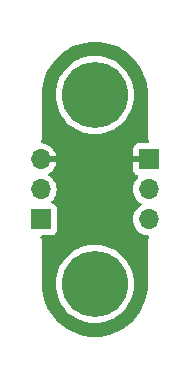
<source format=gbr>
%TF.GenerationSoftware,KiCad,Pcbnew,(6.0.9)*%
%TF.CreationDate,2023-01-06T09:26:06+01:00*%
%TF.ProjectId,WS2812B_Single_Dot,57533238-3132-4425-9f53-696e676c655f,rev?*%
%TF.SameCoordinates,Original*%
%TF.FileFunction,Copper,L2,Bot*%
%TF.FilePolarity,Positive*%
%FSLAX46Y46*%
G04 Gerber Fmt 4.6, Leading zero omitted, Abs format (unit mm)*
G04 Created by KiCad (PCBNEW (6.0.9)) date 2023-01-06 09:26:06*
%MOMM*%
%LPD*%
G01*
G04 APERTURE LIST*
%TA.AperFunction,ComponentPad*%
%ADD10C,5.600000*%
%TD*%
%TA.AperFunction,ComponentPad*%
%ADD11R,1.700000X1.700000*%
%TD*%
%TA.AperFunction,ComponentPad*%
%ADD12O,1.700000X1.700000*%
%TD*%
G04 APERTURE END LIST*
D10*
%TO.P,REF\u002A\u002A,1*%
%TO.N,N/C*%
X161400000Y-92200000D03*
%TD*%
D11*
%TO.P,J1,1,Pin_1*%
%TO.N,+5V*%
X156800000Y-102740000D03*
D12*
%TO.P,J1,2,Pin_2*%
%TO.N,DIN*%
X156800000Y-100200000D03*
%TO.P,J1,3,Pin_3*%
%TO.N,GND*%
X156800000Y-97660000D03*
%TD*%
D11*
%TO.P,J2,1,Pin_1*%
%TO.N,GND*%
X166000000Y-97660000D03*
D12*
%TO.P,J2,2,Pin_2*%
%TO.N,DOUT*%
X166000000Y-100200000D03*
%TO.P,J2,3,Pin_3*%
%TO.N,+5V*%
X166000000Y-102740000D03*
%TD*%
D10*
%TO.P,REF\u002A\u002A,1*%
%TO.N,N/C*%
X161400000Y-108200000D03*
%TD*%
%TA.AperFunction,Conductor*%
%TO.N,GND*%
G36*
X161808605Y-87727391D02*
G01*
X161820194Y-87728465D01*
X162219547Y-87784172D01*
X162230987Y-87786311D01*
X162623496Y-87878628D01*
X162634672Y-87881808D01*
X162825837Y-87945880D01*
X163016993Y-88009950D01*
X163027845Y-88014154D01*
X163396709Y-88177023D01*
X163407127Y-88182211D01*
X163759375Y-88378412D01*
X163769270Y-88384538D01*
X164101933Y-88612418D01*
X164111220Y-88619432D01*
X164345189Y-88813716D01*
X164421423Y-88877020D01*
X164430024Y-88884861D01*
X164715139Y-89169976D01*
X164722980Y-89178577D01*
X164980568Y-89488780D01*
X164987582Y-89498067D01*
X165215462Y-89830730D01*
X165221588Y-89840625D01*
X165417789Y-90192873D01*
X165422977Y-90203291D01*
X165585846Y-90572155D01*
X165590050Y-90583007D01*
X165718189Y-90965319D01*
X165721372Y-90976504D01*
X165795706Y-91292555D01*
X165813689Y-91369013D01*
X165815828Y-91380453D01*
X165871535Y-91779806D01*
X165872609Y-91791395D01*
X165889502Y-92156785D01*
X165888136Y-92181989D01*
X165887690Y-92184850D01*
X165887690Y-92184856D01*
X165886309Y-92193724D01*
X165887473Y-92202626D01*
X165887473Y-92202628D01*
X165888771Y-92212552D01*
X165890390Y-92224928D01*
X165890436Y-92225283D01*
X165891500Y-92241621D01*
X165891500Y-95791377D01*
X165891498Y-95792147D01*
X165891024Y-95869721D01*
X165893491Y-95878352D01*
X165899150Y-95898153D01*
X165902728Y-95914915D01*
X165906920Y-95944187D01*
X165910634Y-95952355D01*
X165910634Y-95952356D01*
X165917548Y-95967562D01*
X165923996Y-95985086D01*
X165931051Y-96009771D01*
X165935843Y-96017365D01*
X165935844Y-96017368D01*
X165946830Y-96034780D01*
X165954969Y-96049863D01*
X165967208Y-96076782D01*
X165977546Y-96088779D01*
X165981829Y-96093750D01*
X166011144Y-96158412D01*
X166000847Y-96228658D01*
X165954207Y-96282185D01*
X165886378Y-96302000D01*
X165105331Y-96302001D01*
X165098510Y-96302371D01*
X165047648Y-96307895D01*
X165032396Y-96311521D01*
X164911946Y-96356676D01*
X164896351Y-96365214D01*
X164794276Y-96441715D01*
X164781715Y-96454276D01*
X164705214Y-96556351D01*
X164696676Y-96571946D01*
X164651522Y-96692394D01*
X164647895Y-96707649D01*
X164642369Y-96758514D01*
X164642000Y-96765328D01*
X164642000Y-97387885D01*
X164646475Y-97403124D01*
X164647865Y-97404329D01*
X164655548Y-97406000D01*
X166128000Y-97406000D01*
X166196121Y-97426002D01*
X166242614Y-97479658D01*
X166254000Y-97532000D01*
X166254000Y-97788000D01*
X166233998Y-97856121D01*
X166180342Y-97902614D01*
X166128000Y-97914000D01*
X164660116Y-97914000D01*
X164644877Y-97918475D01*
X164643672Y-97919865D01*
X164642001Y-97927548D01*
X164642001Y-98554669D01*
X164642371Y-98561490D01*
X164647895Y-98612352D01*
X164651521Y-98627604D01*
X164696676Y-98748054D01*
X164705214Y-98763649D01*
X164781715Y-98865724D01*
X164794276Y-98878285D01*
X164896351Y-98954786D01*
X164911946Y-98963324D01*
X165020827Y-99004142D01*
X165077591Y-99046784D01*
X165102291Y-99113345D01*
X165087083Y-99182694D01*
X165067691Y-99209175D01*
X164944200Y-99338401D01*
X164940629Y-99342138D01*
X164814743Y-99526680D01*
X164720688Y-99729305D01*
X164660989Y-99944570D01*
X164637251Y-100166695D01*
X164637548Y-100171848D01*
X164637548Y-100171851D01*
X164643011Y-100266590D01*
X164650110Y-100389715D01*
X164651247Y-100394761D01*
X164651248Y-100394767D01*
X164671119Y-100482939D01*
X164699222Y-100607639D01*
X164783266Y-100814616D01*
X164899987Y-101005088D01*
X165046250Y-101173938D01*
X165218126Y-101316632D01*
X165279196Y-101352318D01*
X165291445Y-101359476D01*
X165340169Y-101411114D01*
X165353240Y-101480897D01*
X165326509Y-101546669D01*
X165286055Y-101580027D01*
X165273607Y-101586507D01*
X165269474Y-101589610D01*
X165269471Y-101589612D01*
X165105259Y-101712906D01*
X165094965Y-101720635D01*
X164940629Y-101882138D01*
X164814743Y-102066680D01*
X164720688Y-102269305D01*
X164660989Y-102484570D01*
X164637251Y-102706695D01*
X164650110Y-102929715D01*
X164651247Y-102934761D01*
X164651248Y-102934767D01*
X164675304Y-103041508D01*
X164699222Y-103147639D01*
X164783266Y-103354616D01*
X164899987Y-103545088D01*
X165046250Y-103713938D01*
X165218126Y-103856632D01*
X165411000Y-103969338D01*
X165619692Y-104049030D01*
X165624760Y-104050061D01*
X165624763Y-104050062D01*
X165732379Y-104071957D01*
X165838597Y-104093567D01*
X165843772Y-104093757D01*
X165843774Y-104093757D01*
X165859974Y-104094351D01*
X165892358Y-104095538D01*
X165959700Y-104118022D01*
X166004195Y-104173345D01*
X166011718Y-104243942D01*
X165982185Y-104304858D01*
X165970622Y-104317951D01*
X165964312Y-104331391D01*
X165958058Y-104344711D01*
X165949737Y-104359691D01*
X165938529Y-104376983D01*
X165938527Y-104376988D01*
X165933648Y-104384515D01*
X165931078Y-104393108D01*
X165931076Y-104393113D01*
X165926289Y-104409120D01*
X165919628Y-104426564D01*
X165912533Y-104441676D01*
X165908719Y-104449800D01*
X165907338Y-104458667D01*
X165907338Y-104458668D01*
X165904170Y-104479015D01*
X165900387Y-104495732D01*
X165894485Y-104515466D01*
X165894484Y-104515472D01*
X165891914Y-104524066D01*
X165891859Y-104533037D01*
X165891859Y-104533038D01*
X165891704Y-104558497D01*
X165891671Y-104559289D01*
X165891500Y-104560386D01*
X165891500Y-104591377D01*
X165891498Y-104592147D01*
X165891024Y-104669721D01*
X165891408Y-104671065D01*
X165891500Y-104672410D01*
X165891500Y-108150633D01*
X165890000Y-108170018D01*
X165886309Y-108193724D01*
X165887473Y-108202625D01*
X165888915Y-108213656D01*
X165889844Y-108235810D01*
X165872609Y-108608605D01*
X165871535Y-108620194D01*
X165815828Y-109019547D01*
X165813689Y-109030987D01*
X165763152Y-109245859D01*
X165721374Y-109423487D01*
X165718189Y-109434681D01*
X165590050Y-109816993D01*
X165585846Y-109827845D01*
X165422977Y-110196709D01*
X165417789Y-110207127D01*
X165221588Y-110559375D01*
X165215462Y-110569270D01*
X164987582Y-110901933D01*
X164980568Y-110911220D01*
X164722980Y-111221423D01*
X164715139Y-111230024D01*
X164430024Y-111515139D01*
X164421424Y-111522980D01*
X164293214Y-111629443D01*
X164111220Y-111780568D01*
X164101933Y-111787582D01*
X163769270Y-112015462D01*
X163759375Y-112021588D01*
X163407127Y-112217789D01*
X163396709Y-112222977D01*
X163027845Y-112385846D01*
X163016993Y-112390050D01*
X162825837Y-112454119D01*
X162634672Y-112518192D01*
X162623496Y-112521372D01*
X162242608Y-112610956D01*
X162230987Y-112613689D01*
X162219547Y-112615828D01*
X161820194Y-112671535D01*
X161808605Y-112672609D01*
X161405818Y-112691231D01*
X161394182Y-112691231D01*
X160991395Y-112672609D01*
X160979806Y-112671535D01*
X160580453Y-112615828D01*
X160569013Y-112613689D01*
X160557392Y-112610956D01*
X160176504Y-112521372D01*
X160165328Y-112518192D01*
X159974163Y-112454119D01*
X159783007Y-112390050D01*
X159772155Y-112385846D01*
X159403291Y-112222977D01*
X159392873Y-112217789D01*
X159040625Y-112021588D01*
X159030730Y-112015462D01*
X158698067Y-111787582D01*
X158688780Y-111780568D01*
X158506786Y-111629443D01*
X158378576Y-111522980D01*
X158369976Y-111515139D01*
X158084861Y-111230024D01*
X158077020Y-111221423D01*
X157819432Y-110911220D01*
X157812418Y-110901933D01*
X157584538Y-110569270D01*
X157578412Y-110559375D01*
X157382211Y-110207127D01*
X157377023Y-110196709D01*
X157214154Y-109827845D01*
X157209950Y-109816993D01*
X157081811Y-109434681D01*
X157078626Y-109423487D01*
X157036849Y-109245859D01*
X156986311Y-109030987D01*
X156984172Y-109019547D01*
X156928465Y-108620194D01*
X156927391Y-108608605D01*
X156910671Y-108246959D01*
X156912283Y-108220239D01*
X156912767Y-108217361D01*
X156912767Y-108217359D01*
X156913576Y-108212552D01*
X156913729Y-108200000D01*
X156912073Y-108188434D01*
X158086661Y-108188434D01*
X158104792Y-108546340D01*
X158105329Y-108549695D01*
X158105330Y-108549701D01*
X158110316Y-108580828D01*
X158161470Y-108900195D01*
X158256033Y-109245859D01*
X158387374Y-109579288D01*
X158553957Y-109896582D01*
X158555858Y-109899411D01*
X158555864Y-109899421D01*
X158739569Y-110172800D01*
X158753834Y-110194029D01*
X158984665Y-110468150D01*
X159243751Y-110715738D01*
X159528061Y-110933897D01*
X159560056Y-110953350D01*
X159831355Y-111118303D01*
X159831360Y-111118306D01*
X159834270Y-111120075D01*
X159837358Y-111121521D01*
X159837357Y-111121521D01*
X160155710Y-111270649D01*
X160155720Y-111270653D01*
X160158794Y-111272093D01*
X160162012Y-111273195D01*
X160162015Y-111273196D01*
X160494615Y-111387071D01*
X160494623Y-111387073D01*
X160497838Y-111388174D01*
X160847435Y-111466959D01*
X160899728Y-111472917D01*
X161200114Y-111507142D01*
X161200122Y-111507142D01*
X161203497Y-111507527D01*
X161206901Y-111507545D01*
X161206904Y-111507545D01*
X161401227Y-111508562D01*
X161561857Y-111509403D01*
X161565243Y-111509053D01*
X161565245Y-111509053D01*
X161914932Y-111472917D01*
X161914941Y-111472916D01*
X161918324Y-111472566D01*
X161921657Y-111471852D01*
X161921660Y-111471851D01*
X162094186Y-111434864D01*
X162268727Y-111397446D01*
X162608968Y-111284922D01*
X162935066Y-111136311D01*
X163029052Y-111080506D01*
X163240262Y-110955099D01*
X163240267Y-110955096D01*
X163243207Y-110953350D01*
X163529786Y-110738180D01*
X163791451Y-110493319D01*
X164025140Y-110221630D01*
X164131750Y-110066512D01*
X164226190Y-109929101D01*
X164226195Y-109929094D01*
X164228120Y-109926292D01*
X164229732Y-109923298D01*
X164229737Y-109923290D01*
X164396395Y-109613772D01*
X164398017Y-109610760D01*
X164532842Y-109278724D01*
X164543142Y-109242568D01*
X164606671Y-109019547D01*
X164631020Y-108934070D01*
X164684672Y-108620194D01*
X164690829Y-108584175D01*
X164690829Y-108584173D01*
X164691401Y-108580828D01*
X164693511Y-108546340D01*
X164711821Y-108246959D01*
X164713278Y-108223131D01*
X164713359Y-108200000D01*
X164693979Y-107842159D01*
X164636066Y-107488505D01*
X164540297Y-107143173D01*
X164537243Y-107135497D01*
X164409052Y-106813369D01*
X164407793Y-106810205D01*
X164377768Y-106753498D01*
X164241702Y-106496513D01*
X164241698Y-106496506D01*
X164240103Y-106493494D01*
X164039190Y-106196746D01*
X163807403Y-105923432D01*
X163547454Y-105676750D01*
X163262384Y-105459585D01*
X163259472Y-105457828D01*
X163259467Y-105457825D01*
X162958443Y-105276236D01*
X162958437Y-105276233D01*
X162955528Y-105274478D01*
X162630475Y-105123593D01*
X162460752Y-105066145D01*
X162294255Y-105009789D01*
X162294250Y-105009788D01*
X162291028Y-105008697D01*
X162092681Y-104964724D01*
X161944493Y-104931871D01*
X161944487Y-104931870D01*
X161941158Y-104931132D01*
X161937769Y-104930758D01*
X161937764Y-104930757D01*
X161588338Y-104892180D01*
X161588333Y-104892180D01*
X161584957Y-104891807D01*
X161581558Y-104891801D01*
X161581557Y-104891801D01*
X161412080Y-104891505D01*
X161226592Y-104891182D01*
X161113413Y-104903277D01*
X160873639Y-104928901D01*
X160873631Y-104928902D01*
X160870256Y-104929263D01*
X160520117Y-105005606D01*
X160180271Y-105119317D01*
X160177178Y-105120739D01*
X160177177Y-105120740D01*
X160170974Y-105123593D01*
X159854694Y-105269066D01*
X159547193Y-105453101D01*
X159544467Y-105455163D01*
X159544465Y-105455164D01*
X159538620Y-105459585D01*
X159261367Y-105669270D01*
X159000559Y-105915043D01*
X158767819Y-106187546D01*
X158765900Y-106190358D01*
X158765897Y-106190363D01*
X158672624Y-106327097D01*
X158565871Y-106483591D01*
X158397077Y-106799714D01*
X158263411Y-107132218D01*
X158262491Y-107135492D01*
X158262489Y-107135497D01*
X158260332Y-107143173D01*
X158166437Y-107477213D01*
X158107290Y-107830663D01*
X158086661Y-108188434D01*
X156912073Y-108188434D01*
X156909773Y-108172376D01*
X156908500Y-108154514D01*
X156908500Y-104608623D01*
X156908502Y-104607853D01*
X156908800Y-104559102D01*
X156908976Y-104530279D01*
X156900850Y-104501847D01*
X156897272Y-104485085D01*
X156894352Y-104464698D01*
X156893080Y-104455813D01*
X156882451Y-104432436D01*
X156876004Y-104414913D01*
X156871416Y-104398862D01*
X156868949Y-104390229D01*
X156864156Y-104382632D01*
X156853170Y-104365220D01*
X156845030Y-104350135D01*
X156842564Y-104344711D01*
X156832792Y-104323218D01*
X156818600Y-104306747D01*
X156789287Y-104242088D01*
X156799584Y-104171842D01*
X156846225Y-104118315D01*
X156914053Y-104098500D01*
X157698134Y-104098500D01*
X157760316Y-104091745D01*
X157896705Y-104040615D01*
X158013261Y-103953261D01*
X158100615Y-103836705D01*
X158151745Y-103700316D01*
X158158500Y-103638134D01*
X158158500Y-101841866D01*
X158151745Y-101779684D01*
X158100615Y-101643295D01*
X158013261Y-101526739D01*
X157896705Y-101439385D01*
X157869905Y-101429338D01*
X157778203Y-101394960D01*
X157721439Y-101352318D01*
X157696739Y-101285756D01*
X157711947Y-101216408D01*
X157733493Y-101187727D01*
X157834435Y-101087137D01*
X157838096Y-101083489D01*
X157897594Y-101000689D01*
X157965435Y-100906277D01*
X157968453Y-100902077D01*
X158067430Y-100701811D01*
X158132370Y-100488069D01*
X158161529Y-100266590D01*
X158163156Y-100200000D01*
X158144852Y-99977361D01*
X158090431Y-99760702D01*
X158001354Y-99555840D01*
X157880014Y-99368277D01*
X157729670Y-99203051D01*
X157725619Y-99199852D01*
X157725615Y-99199848D01*
X157558414Y-99067800D01*
X157558410Y-99067798D01*
X157554359Y-99064598D01*
X157512569Y-99041529D01*
X157462598Y-98991097D01*
X157447826Y-98921654D01*
X157472942Y-98855248D01*
X157500294Y-98828641D01*
X157675328Y-98703792D01*
X157683200Y-98697139D01*
X157834052Y-98546812D01*
X157840730Y-98538965D01*
X157965003Y-98366020D01*
X157970313Y-98357183D01*
X158064670Y-98166267D01*
X158068469Y-98156672D01*
X158130377Y-97952910D01*
X158132555Y-97942837D01*
X158133986Y-97931962D01*
X158131775Y-97917778D01*
X158118617Y-97914000D01*
X156672000Y-97914000D01*
X156603879Y-97893998D01*
X156557386Y-97840342D01*
X156546000Y-97788000D01*
X156546000Y-97532000D01*
X156566002Y-97463879D01*
X156619658Y-97417386D01*
X156672000Y-97406000D01*
X158118344Y-97406000D01*
X158131875Y-97402027D01*
X158133180Y-97392947D01*
X158091214Y-97225875D01*
X158087894Y-97216124D01*
X158002972Y-97020814D01*
X157998105Y-97011739D01*
X157882426Y-96832926D01*
X157876136Y-96824757D01*
X157732806Y-96667240D01*
X157725273Y-96660215D01*
X157558139Y-96528222D01*
X157549552Y-96522517D01*
X157363117Y-96419599D01*
X157353705Y-96415369D01*
X157152959Y-96344280D01*
X157142989Y-96341646D01*
X156933327Y-96304301D01*
X156923072Y-96303331D01*
X156911902Y-96303194D01*
X156844031Y-96282359D01*
X156798199Y-96228138D01*
X156788956Y-96157746D01*
X156819005Y-96093794D01*
X156823434Y-96088779D01*
X156829378Y-96082049D01*
X156841943Y-96055287D01*
X156850263Y-96040309D01*
X156861471Y-96023017D01*
X156861473Y-96023012D01*
X156866352Y-96015485D01*
X156868922Y-96006892D01*
X156868924Y-96006887D01*
X156873711Y-95990880D01*
X156880372Y-95973436D01*
X156887467Y-95958324D01*
X156887468Y-95958322D01*
X156891281Y-95950200D01*
X156895830Y-95920983D01*
X156899613Y-95904268D01*
X156905515Y-95884534D01*
X156905516Y-95884528D01*
X156908086Y-95875934D01*
X156908296Y-95841494D01*
X156908329Y-95840711D01*
X156908500Y-95839614D01*
X156908500Y-95808623D01*
X156908502Y-95807853D01*
X156908952Y-95734215D01*
X156908952Y-95734214D01*
X156908976Y-95730279D01*
X156908592Y-95728935D01*
X156908500Y-95727590D01*
X156908500Y-92253250D01*
X156910246Y-92232345D01*
X156912770Y-92217344D01*
X156912770Y-92217341D01*
X156913576Y-92212552D01*
X156913729Y-92200000D01*
X156912073Y-92188434D01*
X158086661Y-92188434D01*
X158104792Y-92546340D01*
X158105329Y-92549695D01*
X158105330Y-92549701D01*
X158110316Y-92580828D01*
X158161470Y-92900195D01*
X158256033Y-93245859D01*
X158387374Y-93579288D01*
X158553957Y-93896582D01*
X158555858Y-93899411D01*
X158555864Y-93899421D01*
X158739569Y-94172800D01*
X158753834Y-94194029D01*
X158984665Y-94468150D01*
X159243751Y-94715738D01*
X159528061Y-94933897D01*
X159560056Y-94953350D01*
X159831355Y-95118303D01*
X159831360Y-95118306D01*
X159834270Y-95120075D01*
X159837358Y-95121521D01*
X159837357Y-95121521D01*
X160155710Y-95270649D01*
X160155720Y-95270653D01*
X160158794Y-95272093D01*
X160162012Y-95273195D01*
X160162015Y-95273196D01*
X160494615Y-95387071D01*
X160494623Y-95387073D01*
X160497838Y-95388174D01*
X160847435Y-95466959D01*
X160899728Y-95472917D01*
X161200114Y-95507142D01*
X161200122Y-95507142D01*
X161203497Y-95507527D01*
X161206901Y-95507545D01*
X161206904Y-95507545D01*
X161401227Y-95508562D01*
X161561857Y-95509403D01*
X161565243Y-95509053D01*
X161565245Y-95509053D01*
X161914932Y-95472917D01*
X161914941Y-95472916D01*
X161918324Y-95472566D01*
X161921657Y-95471852D01*
X161921660Y-95471851D01*
X162094186Y-95434864D01*
X162268727Y-95397446D01*
X162608968Y-95284922D01*
X162935066Y-95136311D01*
X163029052Y-95080506D01*
X163240262Y-94955099D01*
X163240267Y-94955096D01*
X163243207Y-94953350D01*
X163529786Y-94738180D01*
X163791451Y-94493319D01*
X164025140Y-94221630D01*
X164131750Y-94066512D01*
X164226190Y-93929101D01*
X164226195Y-93929094D01*
X164228120Y-93926292D01*
X164229732Y-93923298D01*
X164229737Y-93923290D01*
X164396395Y-93613772D01*
X164398017Y-93610760D01*
X164532842Y-93278724D01*
X164543142Y-93242568D01*
X164563527Y-93171006D01*
X164631020Y-92934070D01*
X164691401Y-92580828D01*
X164693511Y-92546340D01*
X164713168Y-92224928D01*
X164713278Y-92223131D01*
X164713359Y-92200000D01*
X164693979Y-91842159D01*
X164636066Y-91488505D01*
X164540297Y-91143173D01*
X164537243Y-91135497D01*
X164409052Y-90813369D01*
X164407793Y-90810205D01*
X164281752Y-90572155D01*
X164241702Y-90496513D01*
X164241698Y-90496506D01*
X164240103Y-90493494D01*
X164039190Y-90196746D01*
X164035906Y-90192873D01*
X163859929Y-89985369D01*
X163807403Y-89923432D01*
X163547454Y-89676750D01*
X163262384Y-89459585D01*
X163259472Y-89457828D01*
X163259467Y-89457825D01*
X162958443Y-89276236D01*
X162958437Y-89276233D01*
X162955528Y-89274478D01*
X162630475Y-89123593D01*
X162460751Y-89066145D01*
X162294255Y-89009789D01*
X162294250Y-89009788D01*
X162291028Y-89008697D01*
X162092681Y-88964724D01*
X161944493Y-88931871D01*
X161944487Y-88931870D01*
X161941158Y-88931132D01*
X161937769Y-88930758D01*
X161937764Y-88930757D01*
X161588338Y-88892180D01*
X161588333Y-88892180D01*
X161584957Y-88891807D01*
X161581558Y-88891801D01*
X161581557Y-88891801D01*
X161412080Y-88891505D01*
X161226592Y-88891182D01*
X161113413Y-88903277D01*
X160873639Y-88928901D01*
X160873631Y-88928902D01*
X160870256Y-88929263D01*
X160520117Y-89005606D01*
X160180271Y-89119317D01*
X160177178Y-89120739D01*
X160177177Y-89120740D01*
X160170974Y-89123593D01*
X159854694Y-89269066D01*
X159547193Y-89453101D01*
X159544467Y-89455163D01*
X159544465Y-89455164D01*
X159538620Y-89459585D01*
X159261367Y-89669270D01*
X159000559Y-89915043D01*
X158767819Y-90187546D01*
X158765900Y-90190358D01*
X158765897Y-90190363D01*
X158672624Y-90327097D01*
X158565871Y-90483591D01*
X158397077Y-90799714D01*
X158263411Y-91132218D01*
X158262491Y-91135492D01*
X158262489Y-91135497D01*
X158196851Y-91369013D01*
X158166437Y-91477213D01*
X158165875Y-91480570D01*
X158165875Y-91480571D01*
X158115801Y-91779806D01*
X158107290Y-91830663D01*
X158086661Y-92188434D01*
X156912073Y-92188434D01*
X156911464Y-92184183D01*
X156910326Y-92160508D01*
X156927391Y-91791395D01*
X156928465Y-91779806D01*
X156984172Y-91380453D01*
X156986311Y-91369013D01*
X157004294Y-91292555D01*
X157078628Y-90976504D01*
X157081811Y-90965319D01*
X157209950Y-90583007D01*
X157214154Y-90572155D01*
X157377023Y-90203291D01*
X157382211Y-90192873D01*
X157578412Y-89840625D01*
X157584538Y-89830730D01*
X157812418Y-89498067D01*
X157819432Y-89488780D01*
X158077020Y-89178577D01*
X158084861Y-89169976D01*
X158369976Y-88884861D01*
X158378577Y-88877020D01*
X158454812Y-88813716D01*
X158688780Y-88619432D01*
X158698067Y-88612418D01*
X159030730Y-88384538D01*
X159040625Y-88378412D01*
X159392873Y-88182211D01*
X159403291Y-88177023D01*
X159772155Y-88014154D01*
X159783007Y-88009950D01*
X159974163Y-87945880D01*
X160165328Y-87881808D01*
X160176504Y-87878628D01*
X160569013Y-87786311D01*
X160580453Y-87784172D01*
X160979806Y-87728465D01*
X160991395Y-87727391D01*
X161394182Y-87708769D01*
X161405818Y-87708769D01*
X161808605Y-87727391D01*
G37*
%TD.AperFunction*%
%TD*%
M02*

</source>
